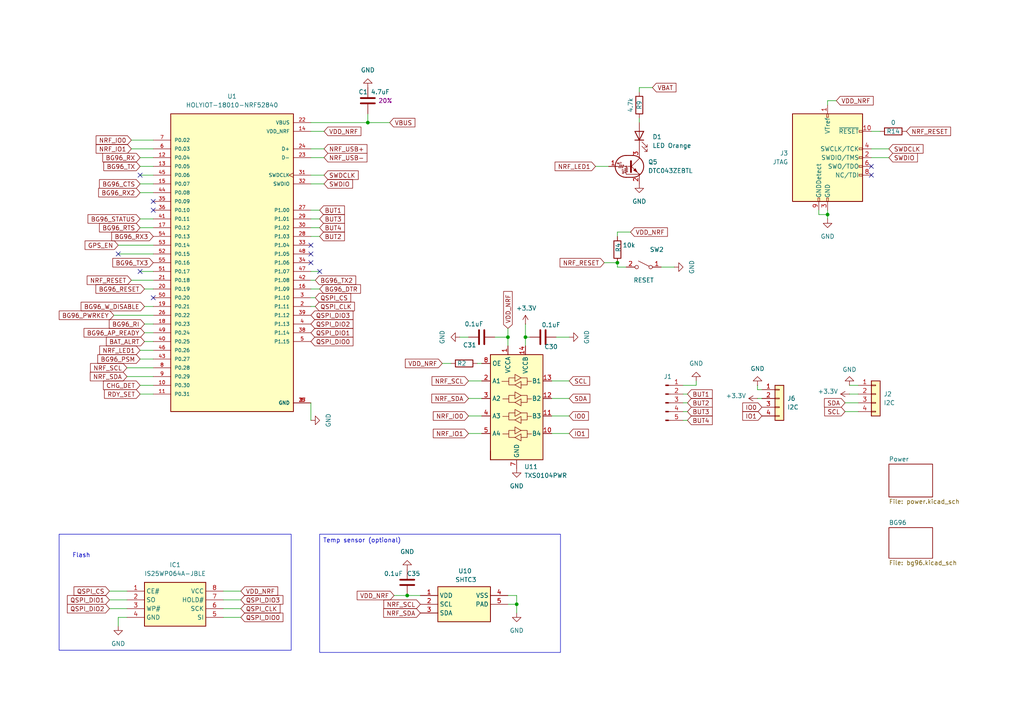
<source format=kicad_sch>
(kicad_sch (version 20231120) (generator "eeschema") (generator_version "8.0")
  (paper "A4")
  (title_block (title "Ivor GPS Tracker") (date "2024-08-24") (rev "1.5"))
  (lib_symbols
    (symbol "Connector:Conn_01x05_Pin" (pin_names (offset 1.016) hide)
      (property "Reference" "J" (at 0 7.62 0))
      (property "Value" "Conn_01x05_Pin" (at 0 -7.62 0))
      (symbol "Conn_01x05_Pin_1_1"
        (polyline (pts (xy 1.27 -5.08) (xy 0.8636 -5.08)) (stroke (width 0.1524)))
        (polyline (pts (xy 1.27 -2.54) (xy 0.8636 -2.54)) (stroke (width 0.1524)))
        (polyline (pts (xy 1.27 0) (xy 0.8636 0)) (stroke (width 0.1524)))
        (polyline (pts (xy 1.27 2.54) (xy 0.8636 2.54)) (stroke (width 0.1524)))
        (polyline (pts (xy 1.27 5.08) (xy 0.8636 5.08)) (stroke (width 0.1524)))
        (rectangle (start 0.8636 -4.953) (end 0 -5.207) (stroke (width 0.1524)) (fill (type outline)))
        (rectangle (start 0.8636 -2.413) (end 0 -2.667) (stroke (width 0.1524)) (fill (type outline)))
        (rectangle (start 0.8636 0.127) (end 0 -0.127) (stroke (width 0.1524)) (fill (type outline)))
        (rectangle (start 0.8636 2.667) (end 0 2.413) (stroke (width 0.1524)) (fill (type outline)))
        (rectangle (start 0.8636 5.207) (end 0 4.953) (stroke (width 0.1524)) (fill (type outline)))
        (pin passive line (at 5.08 5.08 180) (length 3.81) (name "Pin_1") (number "1"))
        (pin passive line (at 5.08 2.54 180) (length 3.81) (name "Pin_2") (number "2"))
        (pin passive line (at 5.08 0 180) (length 3.81) (name "Pin_3") (number "3"))
        (pin passive line (at 5.08 -2.54 180) (length 3.81) (name "Pin_4") (number "4"))
        (pin passive line (at 5.08 -5.08 180) (length 3.81) (name "Pin_5") (number "5"))
      )
    )
    (symbol "Connector:Conn_ARM_JTAG_SWD_10" (pin_names (offset 1.016))
      (property "Reference" "J" (at -2.54 16.51 0))
      (property "Value" "Conn_ARM_JTAG_SWD_10" (at -2.54 13.97 0))
      (symbol "Conn_ARM_JTAG_SWD_10_0_1"
        (rectangle (start -10.16 12.7) (end 10.16 -12.7) (stroke (width 0.254)) (fill (type background)))
        (rectangle (start -2.794 -12.7) (end -2.286 -11.684))
        (rectangle (start -0.254 -12.7) (end 0.254 -11.684))
        (rectangle (start -0.254 12.7) (end 0.254 11.684))
        (rectangle (start 9.144 2.286) (end 10.16 2.794))
        (rectangle (start 10.16 -2.794) (end 9.144 -2.286))
        (rectangle (start 10.16 -0.254) (end 9.144 0.254))
        (rectangle (start 10.16 7.874) (end 9.144 7.366))
      )
      (symbol "Conn_ARM_JTAG_SWD_10_1_1"
        (rectangle (start 9.144 -5.334) (end 10.16 -4.826))
        (pin power_in line (at 0 15.24 270) (length 2.54) (name "VTref") (number "1"))
        (pin open_collector line (at 12.7 7.62 180) (length 2.54) (name "~{RESET}") (number "10"))
        (pin bidirectional line (at 12.7 0 180) (length 2.54) (name "SWDIO/TMS") (number "2"))
        (pin power_in line (at 0 -15.24 90) (length 2.54) (name "GND") (number "3"))
        (pin output line (at 12.7 2.54 180) (length 2.54) (name "SWCLK/TCK") (number "4"))
        (pin passive line (at 0 -15.24 90) (length 2.54) hide (name "GND") (number "5"))
        (pin input line (at 12.7 -2.54 180) (length 2.54) (name "SWO/TDO") (number "6"))
        (pin no_connect line (at -10.16 0 0) (length 2.54) hide (name "KEY") (number "7"))
        (pin output line (at 12.7 -5.08 180) (length 2.54) (name "NC/TDI") (number "8"))
        (pin passive line (at -2.54 -15.24 90) (length 2.54) (name "GNDDetect") (number "9"))
      )
    )
    (symbol "Connector_Generic:Conn_01x04" (pin_names (offset 1.016) hide)
      (property "Reference" "J" (at 0 5.08 0))
      (property "Value" "Conn_01x04" (at 0 -7.62 0))
      (symbol "Conn_01x04_1_1"
        (rectangle (start -1.27 -4.953) (end 0 -5.207) (stroke (width 0.1524)))
        (rectangle (start -1.27 -2.413) (end 0 -2.667) (stroke (width 0.1524)))
        (rectangle (start -1.27 0.127) (end 0 -0.127) (stroke (width 0.1524)))
        (rectangle (start -1.27 2.667) (end 0 2.413) (stroke (width 0.1524)))
        (rectangle (start -1.27 3.81) (end 1.27 -6.35) (stroke (width 0.254)) (fill (type background)))
        (pin passive line (at -5.08 2.54 0) (length 3.81) (name "Pin_1") (number "1"))
        (pin passive line (at -5.08 0 0) (length 3.81) (name "Pin_2") (number "2"))
        (pin passive line (at -5.08 -2.54 0) (length 3.81) (name "Pin_3") (number "3"))
        (pin passive line (at -5.08 -5.08 0) (length 3.81) (name "Pin_4") (number "4"))
      )
    )
    (symbol "Device:C" (pin_numbers hide) (pin_names (offset 0.254))
      (property "Reference" "C" (at 0.635 2.54 0))
      (property "Value" "C" (at 0.635 -2.54 0))
      (symbol "C_0_1"
        (polyline (pts (xy -2.032 -0.762) (xy 2.032 -0.762)) (stroke (width 0.508)))
        (polyline (pts (xy -2.032 0.762) (xy 2.032 0.762)) (stroke (width 0.508)))
      )
      (symbol "C_1_1"
        (pin passive line (at 0 3.81 270) (length 2.794) (name "~") (number "1"))
        (pin passive line (at 0 -3.81 90) (length 2.794) (name "~") (number "2"))
      )
    )
    (symbol "Device:LED" (pin_numbers hide) (pin_names (offset 1.016) hide)
      (property "Reference" "D" (at 0 2.54 0))
      (property "Value" "LED" (at 0 -2.54 0))
      (symbol "LED_0_1"
        (polyline (pts (xy -1.27 -1.27) (xy -1.27 1.27)) (stroke (width 0.254)))
        (polyline (pts (xy -1.27 0) (xy 1.27 0)))
        (polyline (pts (xy 1.27 -1.27) (xy 1.27 1.27) (xy -1.27 0) (xy 1.27 -1.27)) (stroke (width 0.254)))
        (polyline (pts (xy -3.048 -0.762) (xy -4.572 -2.286) (xy -3.81 -2.286) (xy -4.572 -2.286) (xy -4.572 -1.524)))
        (polyline (pts (xy -1.778 -0.762) (xy -3.302 -2.286) (xy -2.54 -2.286) (xy -3.302 -2.286) (xy -3.302 -1.524)))
      )
      (symbol "LED_1_1"
        (pin passive line (at -3.81 0 0) (length 2.54) (name "K") (number "1"))
        (pin passive line (at 3.81 0 180) (length 2.54) (name "A") (number "2"))
      )
    )
    (symbol "Device:R" (pin_numbers hide) (pin_names (offset 0))
      (property "Reference" "R" (at 2.032 0 90))
      (property "Value" "R" (at 0 0 90))
      (symbol "R_0_1"
        (rectangle (start -1.016 -2.54) (end 1.016 2.54) (stroke (width 0.254)))
      )
      (symbol "R_1_1"
        (pin passive line (at 0 3.81 270) (length 1.27) (name "~") (number "1"))
        (pin passive line (at 0 -3.81 90) (length 1.27) (name "~") (number "2"))
      )
    )
    (symbol "HOLYIOT-18010-NRF52840:HOLYIOT-18010-NRF52840" (pin_names (offset 1.016))
      (property "Reference" "U" (at -17.78 45.72 0))
      (property "Value" "HOLYIOT-18010-NRF52840" (at -17.78 -45.72 0))
      (symbol "HOLYIOT-18010-NRF52840_0_0"
        (rectangle (start -17.78 -43.18) (end 17.78 43.18) (stroke (width 0.254)) (fill (type background)))
        (pin power_in line (at 22.86 -40.64 180) (length 5.08) (name "GND") (number "1"))
        (pin bidirectional line (at -22.86 -35.56 0) (length 5.08) (name "P0.30") (number "10"))
        (pin bidirectional line (at -22.86 -38.1 0) (length 5.08) (name "P0.31") (number "11"))
        (pin bidirectional line (at -22.86 30.48 0) (length 5.08) (name "P0.04") (number "12"))
        (pin bidirectional line (at -22.86 27.94 0) (length 5.08) (name "P0.05") (number "13"))
        (pin power_in line (at 22.86 38.1 180) (length 5.08) (name "VDD_NRF") (number "14"))
        (pin bidirectional line (at -22.86 22.86 0) (length 5.08) (name "P0.07") (number "15"))
        (pin bidirectional line (at 22.86 -7.62 180) (length 5.08) (name "P1.09") (number "16"))
        (pin bidirectional line (at -22.86 10.16 0) (length 5.08) (name "P0.12") (number "17"))
        (pin bidirectional line (at -22.86 -17.78 0) (length 5.08) (name "P0.23") (number "18"))
        (pin bidirectional line (at -22.86 -12.7 0) (length 5.08) (name "P0.21") (number "19"))
        (pin bidirectional line (at 22.86 -12.7 180) (length 5.08) (name "P1.11") (number "2"))
        (pin bidirectional line (at -22.86 -7.62 0) (length 5.08) (name "P0.19") (number "20"))
        (pin bidirectional line (at -22.86 -5.08 0) (length 5.08) (name "P0.18") (number "21"))
        (pin power_in line (at 22.86 40.64 180) (length 5.08) (name "VBUS") (number "22"))
        (pin bidirectional line (at 22.86 30.48 180) (length 5.08) (name "D-") (number "23"))
        (pin bidirectional line (at 22.86 33.02 180) (length 5.08) (name "D+") (number "24"))
        (pin power_in line (at 22.86 -40.64 180) (length 5.08) (name "GND") (number "25"))
        (pin bidirectional line (at -22.86 -15.24 0) (length 5.08) (name "P0.22") (number "26"))
        (pin bidirectional line (at 22.86 15.24 180) (length 5.08) (name "P1.00") (number "27"))
        (pin bidirectional line (at 22.86 7.62 180) (length 5.08) (name "P1.03") (number "28"))
        (pin bidirectional line (at 22.86 12.7 180) (length 5.08) (name "P1.01") (number "29"))
        (pin bidirectional line (at 22.86 -10.16 180) (length 5.08) (name "P1.10") (number "3"))
        (pin bidirectional line (at 22.86 10.16 180) (length 5.08) (name "P1.02") (number "30"))
        (pin input clock (at 22.86 25.4 180) (length 5.08) (name "SWDCLK") (number "31"))
        (pin input line (at 22.86 22.86 180) (length 5.08) (name "SWDIO") (number "32"))
        (pin bidirectional line (at 22.86 5.08 180) (length 5.08) (name "P1.04") (number "33"))
        (pin bidirectional line (at 22.86 0 180) (length 5.08) (name "P1.06") (number "34"))
        (pin bidirectional line (at -22.86 17.78 0) (length 5.08) (name "P0.09") (number "35"))
        (pin bidirectional line (at -22.86 15.24 0) (length 5.08) (name "P0.10") (number "36"))
        (pin power_in line (at 22.86 -40.64 180) (length 5.08) (name "GND") (number "37"))
        (pin bidirectional line (at 22.86 -20.32 180) (length 5.08) (name "P1.14") (number "38"))
        (pin bidirectional line (at 22.86 -15.24 180) (length 5.08) (name "P1.12") (number "39"))
        (pin bidirectional line (at 22.86 -17.78 180) (length 5.08) (name "P1.13") (number "4"))
        (pin bidirectional line (at -22.86 -22.86 0) (length 5.08) (name "P0.25") (number "40"))
        (pin bidirectional line (at -22.86 12.7 0) (length 5.08) (name "P0.11") (number "41"))
        (pin bidirectional line (at 22.86 -5.08 180) (length 5.08) (name "P1.08") (number "42"))
        (pin bidirectional line (at -22.86 -27.94 0) (length 5.08) (name "P0.27") (number "43"))
        (pin bidirectional line (at -22.86 20.32 0) (length 5.08) (name "P0.08") (number "44"))
        (pin bidirectional line (at -22.86 25.4 0) (length 5.08) (name "P0.06") (number "45"))
        (pin bidirectional line (at -22.86 -25.4 0) (length 5.08) (name "P0.26") (number "46"))
        (pin bidirectional line (at 22.86 -2.54 180) (length 5.08) (name "P1.07") (number "47"))
        (pin bidirectional line (at 22.86 2.54 180) (length 5.08) (name "P1.05") (number "48"))
        (pin bidirectional line (at -22.86 -20.32 0) (length 5.08) (name "P0.24") (number "49"))
        (pin bidirectional line (at 22.86 -22.86 180) (length 5.08) (name "P1.15") (number "5"))
        (pin bidirectional line (at -22.86 -10.16 0) (length 5.08) (name "P0.20") (number "50"))
        (pin bidirectional line (at -22.86 -2.54 0) (length 5.08) (name "P0.17") (number "51"))
        (pin bidirectional line (at -22.86 2.54 0) (length 5.08) (name "P0.15") (number "52"))
        (pin bidirectional line (at -22.86 5.08 0) (length 5.08) (name "P0.14") (number "53"))
        (pin bidirectional line (at -22.86 7.62 0) (length 5.08) (name "P0.13") (number "54"))
        (pin bidirectional line (at -22.86 0 0) (length 5.08) (name "P0.16") (number "55"))
        (pin bidirectional line (at -22.86 33.02 0) (length 5.08) (name "P0.03") (number "6"))
        (pin bidirectional line (at -22.86 35.56 0) (length 5.08) (name "P0.02") (number "7"))
        (pin bidirectional line (at -22.86 -30.48 0) (length 5.08) (name "P0.28") (number "8"))
        (pin bidirectional line (at -22.86 -33.02 0) (length 5.08) (name "P0.29") (number "9"))
      )
    )
    (symbol "IS25WP064A-JBLE:IS25WP064A-JBLE"
      (property "Reference" "IC" (at 24.13 7.62 0))
      (property "Value" "IS25WP064A-JBLE" (at 24.13 5.08 0))
      (symbol "IS25WP064A-JBLE_1_1"
        (rectangle (start 5.08 2.54) (end 22.86 -10.16) (stroke (width 0.254)) (fill (type background)))
        (pin passive line (at 0 0 0) (length 5.08) (name "CE#") (number "1"))
        (pin passive line (at 0 -2.54 0) (length 5.08) (name "SO") (number "2"))
        (pin passive line (at 0 -5.08 0) (length 5.08) (name "WP#") (number "3"))
        (pin passive line (at 0 -7.62 0) (length 5.08) (name "GND") (number "4"))
        (pin passive line (at 27.94 -7.62 180) (length 5.08) (name "SI") (number "5"))
        (pin passive line (at 27.94 -5.08 180) (length 5.08) (name "SCK") (number "6"))
        (pin passive line (at 27.94 -2.54 180) (length 5.08) (name "HOLD#") (number "7"))
        (pin passive line (at 27.94 0 180) (length 5.08) (name "VCC") (number "8"))
      )
    )
    (symbol "Logic_LevelTranslator:TXB0104PW"
      (property "Reference" "U" (at -6.35 16.51 0))
      (property "Value" "TXB0104PW" (at 3.81 16.51 0))
      (symbol "TXB0104PW_0_1"
        (rectangle (start -7.62 -15.24) (end -7.62 -12.7) (stroke (width 0.254)))
        (rectangle (start -7.62 15.24) (end 7.62 -15.24) (stroke (width 0.254)) (fill (type background)))
        (polyline (pts (xy -2.286 -7.747) (xy -2.286 -6.731) (xy -0.508 -6.731)))
        (polyline (pts (xy -2.286 -2.667) (xy -2.286 -1.651) (xy -0.508 -1.651)))
        (polyline (pts (xy -2.286 2.413) (xy -2.286 3.429) (xy -0.508 3.429)))
        (polyline (pts (xy -2.286 7.493) (xy -2.286 8.509) (xy -0.508 8.509)))
        (polyline (pts (xy 3.048 -7.747) (xy 3.048 -8.763) (xy 1.27 -8.763)))
        (polyline (pts (xy 3.048 -2.667) (xy 3.048 -3.683) (xy 1.27 -3.683)))
        (polyline (pts (xy 3.048 2.413) (xy 3.048 1.397) (xy 1.27 1.397)))
        (polyline (pts (xy 3.048 7.493) (xy 3.048 6.477) (xy 1.27 6.477)))
        (polyline (pts (xy -0.508 -8.763) (xy -2.286 -8.763) (xy -2.286 -7.747) (xy -4.064 -7.747)))
        (polyline (pts (xy -0.508 -8.763) (xy 1.27 -7.747) (xy 1.27 -9.779) (xy -0.508 -8.763)))
        (polyline (pts (xy -0.508 -3.683) (xy -2.286 -3.683) (xy -2.286 -2.667) (xy -4.064 -2.667)))
        (polyline (pts (xy -0.508 -3.683) (xy 1.27 -2.667) (xy 1.27 -4.699) (xy -0.508 -3.683)))
        (polyline (pts (xy -0.508 1.397) (xy -2.286 1.397) (xy -2.286 2.413) (xy -4.064 2.413)))
        (polyline (pts (xy -0.508 1.397) (xy 1.27 2.413) (xy 1.27 0.381) (xy -0.508 1.397)))
        (polyline (pts (xy -0.508 6.477) (xy -2.286 6.477) (xy -2.286 7.493) (xy -4.318 7.493)))
        (polyline (pts (xy -0.508 6.477) (xy 1.27 7.493) (xy 1.27 5.461) (xy -0.508 6.477)))
        (polyline (pts (xy 1.27 -6.731) (xy -0.508 -7.747) (xy -0.508 -5.715) (xy 1.27 -6.731)))
        (polyline (pts (xy 1.27 -6.731) (xy 3.048 -6.731) (xy 3.048 -7.747) (xy 4.318 -7.747)))
        (polyline (pts (xy 1.27 -1.651) (xy -0.508 -2.667) (xy -0.508 -0.635) (xy 1.27 -1.651)))
        (polyline (pts (xy 1.27 -1.651) (xy 3.048 -1.651) (xy 3.048 -2.667) (xy 4.318 -2.667)))
        (polyline (pts (xy 1.27 3.429) (xy -0.508 2.413) (xy -0.508 4.445) (xy 1.27 3.429)))
        (polyline (pts (xy 1.27 3.429) (xy 3.048 3.429) (xy 3.048 2.413) (xy 4.318 2.413)))
        (polyline (pts (xy 1.27 8.509) (xy -0.508 7.493) (xy -0.508 9.525) (xy 1.27 8.509)))
        (polyline (pts (xy 1.27 8.509) (xy 3.048 8.509) (xy 3.048 7.493) (xy 4.318 7.493)))
      )
      (symbol "TXB0104PW_1_1"
        (pin power_in line (at -2.54 17.78 270) (length 2.54) (name "VCCA") (number "1"))
        (pin bidirectional line (at 10.16 -7.62 180) (length 2.54) (name "B4") (number "10"))
        (pin bidirectional line (at 10.16 -2.54 180) (length 2.54) (name "B3") (number "11"))
        (pin bidirectional line (at 10.16 2.54 180) (length 2.54) (name "B2") (number "12"))
        (pin bidirectional line (at 10.16 7.62 180) (length 2.54) (name "B1") (number "13"))
        (pin power_in line (at 2.54 17.78 270) (length 2.54) (name "VCCB") (number "14"))
        (pin bidirectional line (at -10.16 7.62 0) (length 2.54) (name "A1") (number "2"))
        (pin bidirectional line (at -10.16 2.54 0) (length 2.54) (name "A2") (number "3"))
        (pin bidirectional line (at -10.16 -2.54 0) (length 2.54) (name "A3") (number "4"))
        (pin bidirectional line (at -10.16 -7.62 0) (length 2.54) (name "A4") (number "5"))
        (pin no_connect line (at -7.62 -12.7 0) (length 2.54) hide (name "NC") (number "6"))
        (pin power_in line (at 0 -17.78 90) (length 2.54) (name "GND") (number "7"))
        (pin input line (at -10.16 12.7 0) (length 2.54) (name "OE") (number "8"))
        (pin no_connect line (at 7.62 -12.7 180) (length 2.54) hide (name "NC") (number "9"))
      )
    )
    (symbol "SHTC3:SHTC3"
      (property "Reference" "IC" (at 21.59 7.62 0))
      (property "Value" "SHTC3" (at 21.59 5.08 0))
      (symbol "SHTC3_1_1"
        (rectangle (start 5.08 2.54) (end 20.32 -7.62) (stroke (width 0.254)) (fill (type background)))
        (pin passive line (at 0 0 0) (length 5.08) (name "VDD") (number "1"))
        (pin passive line (at 0 -2.54 0) (length 5.08) (name "SCL") (number "2"))
        (pin passive line (at 0 -5.08 0) (length 5.08) (name "SDA") (number "3"))
        (pin passive line (at 25.4 0 180) (length 5.08) (name "VSS") (number "4"))
        (pin passive line (at 25.4 -2.54 180) (length 5.08) (name "PAD") (number "5"))
      )
    )
    (symbol "Switch:SW_SPST" (pin_names (offset 0) hide)
      (property "Reference" "SW" (at 0 3.175 0))
      (property "Value" "SW_SPST" (at 0 -2.54 0))
      (symbol "SW_SPST_0_0"
        (circle (center -2.032 0) (radius 0.508))
        (polyline (pts (xy -1.524 0.254) (xy 1.524 1.778)))
        (circle (center 2.032 0) (radius 0.508))
      )
      (symbol "SW_SPST_1_1"
        (pin passive line (at -5.08 0 0) (length 2.54) (name "A") (number "1"))
        (pin passive line (at 5.08 0 180) (length 2.54) (name "B") (number "2"))
      )
    )
    (symbol "Transistor_BJT:DTC143E" (pin_names (offset 0) hide)
      (property "Reference" "Q" (at 5.08 1.905 0))
      (property "Value" "DTC143E" (at 5.08 0 0))
      (symbol "DTC143E_0_0"
        (text "4k7" (at -3.302 0.889 0) (effects (font (size 0.508 0.508))))
        (text "4k7" (at -2.159 -1.524 900) (effects (font (size 0.508 0.508))))
      )
      (symbol "DTC143E_0_1"
        (circle (center -1.27 0) (radius 0.127))
        (arc (start -1.27 3.175) (mid -4.4312 0) (end -1.27 -3.175) (stroke (width 0.254)))
        (polyline (pts (xy -3.429 0) (xy -3.81 0)))
        (polyline (pts (xy -1.27 -3.175) (xy 0.635 -3.175)) (stroke (width 0.254)))
        (polyline (pts (xy -1.27 3.175) (xy 0.635 3.175)) (stroke (width 0.254)))
        (polyline (pts (xy 0 -0.254) (xy 2.54 2.286)))
        (polyline (pts (xy 0.127 1.524) (xy 0.127 -1.651)) (stroke (width 0.508)) (fill (type outline)))
        (polyline (pts (xy 2.54 2.286) (xy 2.54 2.54)))
        (polyline (pts (xy 2.54 -2.286) (xy 0 0.254) (xy 0 0.254)))
        (polyline (pts (xy 0.889 -1.143) (xy 1.397 -0.635) (xy 1.905 -1.651) (xy 0.889 -1.143)) (fill (type outline)))
        (polyline (pts (xy 0 0) (xy -1.905 0) (xy -2.032 0.508) (xy -2.286 -0.508) (xy -2.54 0.508) (xy -2.794 -0.508) (xy -3.048 0.508) (xy -3.302 -0.508) (xy -3.429 0)))
        (polyline (pts (xy -1.27 0) (xy -1.27 -0.381) (xy -0.762 -0.508) (xy -1.778 -0.762) (xy -0.762 -1.016) (xy -1.778 -1.27) (xy -0.762 -1.524) (xy -1.778 -1.778) (xy -1.27 -1.905) (xy -1.27 -2.286) (xy 2.54 -2.286)))
        (arc (start 0.635 -3.175) (mid 3.7962 0) (end 0.635 3.175) (stroke (width 0.254)))
        (circle (center 2.54 -2.286) (radius 0.127))
      )
      (symbol "DTC143E_1_1"
        (pin input line (at -6.35 0 0) (length 2.54) (name "B") (number "1"))
        (pin passive line (at 2.54 -5.08 90) (length 2.54) (name "E") (number "2"))
        (pin passive line (at 2.54 5.08 270) (length 2.54) (name "C") (number "3"))
      )
    )
    (symbol "power:+3.3V" (power) (pin_numbers hide) (pin_names (offset 0) hide)
      (property "Value" "+3.3V" (at 0 3.556 0))
      (symbol "+3.3V_0_1"
        (polyline (pts (xy -0.762 1.27) (xy 0 2.54)))
        (polyline (pts (xy 0 0) (xy 0 2.54)))
        (polyline (pts (xy 0 2.54) (xy 0.762 1.27)))
      )
      (symbol "+3.3V_1_1"
        (pin power_in line (at 0 0 90) (length 0) (name "~") (number "1"))
      )
    )
    (symbol "power:GND" (power) (pin_numbers hide) (pin_names (offset 0) hide)
      (property "Value" "GND" (at 0 -3.81 0))
      (symbol "GND_0_1"
        (polyline (pts (xy 0 0) (xy 0 -1.27) (xy 1.27 -1.27) (xy 0 -2.54) (xy -1.27 -1.27) (xy 0 -1.27)))
      )
      (symbol "GND_1_1"
        (pin power_in line (at 0 0 270) (length 0) (name "~") (number "1"))
      )
    )
  )
  (junction (at 149.86 175.26))
  (junction (at 240.03 62.23))
  (junction (at 179.07 76.2))
  (junction (at 118.11 172.72))
  (junction (at 152.4 97.79))
  (junction (at 147.32 97.79))
  (junction (at 106.68 35.56))
  (no_connect (at 44.45 58.42))
  (no_connect (at 40.64 50.8))
  (no_connect (at 252.73 48.26))
  (no_connect (at 34.29 73.66))
  (no_connect (at 90.17 76.2))
  (no_connect (at 252.73 50.8))
  (no_connect (at 92.71 78.74))
  (no_connect (at 44.45 86.36))
  (no_connect (at 90.17 71.12))
  (no_connect (at 44.45 60.96))
  (no_connect (at 90.17 73.66))
  (no_connect (at 40.64 78.74))
  (wire (pts (xy 44.45 48.26) (xy 40.64 48.26)))
  (wire (pts (xy 64.77 176.53) (xy 69.85 176.53)))
  (wire (pts (xy 240.03 62.23) (xy 240.03 63.5)))
  (wire (pts (xy 257.81 45.72) (xy 252.73 45.72)))
  (wire (pts (xy 44.45 53.34) (xy 40.64 53.34)))
  (wire (pts (xy 90.17 81.28) (xy 91.44 81.28)))
  (wire (pts (xy 118.11 172.72) (xy 121.92 172.72)))
  (wire (pts (xy 219.71 115.57) (xy 220.98 115.57)))
  (wire (pts (xy 135.89 110.49) (xy 139.7 110.49)))
  (wire (pts (xy 245.11 119.38) (xy 248.92 119.38)))
  (wire (pts (xy 135.89 120.65) (xy 139.7 120.65)))
  (wire (pts (xy 175.26 76.2) (xy 179.07 76.2)))
  (wire (pts (xy 90.17 45.72) (xy 93.98 45.72)))
  (wire (pts (xy 172.72 48.26) (xy 176.53 48.26)))
  (wire (pts (xy 199.39 114.3) (xy 198.12 114.3)))
  (wire (pts (xy 44.45 104.14) (xy 40.64 104.14)))
  (wire (pts (xy 245.11 116.84) (xy 248.92 116.84)))
  (wire (pts (xy 90.17 83.82) (xy 92.71 83.82)))
  (wire (pts (xy 44.45 55.88) (xy 40.64 55.88)))
  (wire (pts (xy 38.1 40.64) (xy 44.45 40.64)))
  (wire (pts (xy 219.71 113.03) (xy 220.98 113.03)))
  (wire (pts (xy 44.45 50.8) (xy 40.64 50.8)))
  (wire (pts (xy 36.83 179.07) (xy 34.29 179.07)))
  (wire (pts (xy 255.27 38.1) (xy 252.73 38.1)))
  (wire (pts (xy 179.07 77.47) (xy 179.07 76.2)))
  (wire (pts (xy 44.45 66.04) (xy 40.64 66.04)))
  (wire (pts (xy 147.32 97.79) (xy 143.51 97.79)))
  (wire (pts (xy 64.77 179.07) (xy 69.85 179.07)))
  (wire (pts (xy 246.38 111.76) (xy 248.92 111.76)))
  (wire (pts (xy 36.83 106.68) (xy 44.45 106.68)))
  (wire (pts (xy 44.45 114.3) (xy 40.64 114.3)))
  (wire (pts (xy 246.38 114.3) (xy 248.92 114.3)))
  (wire (pts (xy 191.77 77.47) (xy 195.58 77.47)))
  (wire (pts (xy 240.03 60.96) (xy 240.03 62.23)))
  (wire (pts (xy 44.45 111.76) (xy 40.64 111.76)))
  (wire (pts (xy 152.4 93.98) (xy 152.4 97.79)))
  (wire (pts (xy 90.17 66.04) (xy 92.71 66.04)))
  (wire (pts (xy 161.29 97.79) (xy 165.1 97.79)))
  (wire (pts (xy 44.45 63.5) (xy 40.64 63.5)))
  (wire (pts (xy 90.17 63.5) (xy 92.71 63.5)))
  (wire (pts (xy 31.75 176.53) (xy 36.83 176.53)))
  (wire (pts (xy 128.27 105.41) (xy 130.81 105.41)))
  (wire (pts (xy 33.02 91.44) (xy 44.45 91.44)))
  (wire (pts (xy 90.17 53.34) (xy 93.98 53.34)))
  (wire (pts (xy 90.17 68.58) (xy 92.71 68.58)))
  (wire (pts (xy 185.42 34.29) (xy 185.42 35.56)))
  (wire (pts (xy 31.75 171.45) (xy 36.83 171.45)))
  (wire (pts (xy 257.81 43.18) (xy 252.73 43.18)))
  (wire (pts (xy 44.45 45.72) (xy 40.64 45.72)))
  (wire (pts (xy 135.89 115.57) (xy 139.7 115.57)))
  (wire (pts (xy 237.49 60.96) (xy 237.49 62.23)))
  (wire (pts (xy 179.07 68.58) (xy 179.07 67.31)))
  (wire (pts (xy 64.77 173.99) (xy 69.85 173.99)))
  (wire (pts (xy 199.39 116.84) (xy 198.12 116.84)))
  (wire (pts (xy 147.32 95.25) (xy 147.32 97.79)))
  (wire (pts (xy 36.83 109.22) (xy 44.45 109.22)))
  (wire (pts (xy 179.07 77.47) (xy 181.61 77.47)))
  (wire (pts (xy 106.68 35.56) (xy 113.03 35.56)))
  (wire (pts (xy 149.86 172.72) (xy 147.32 172.72)))
  (wire (pts (xy 31.75 173.99) (xy 36.83 173.99)))
  (wire (pts (xy 199.39 119.38) (xy 198.12 119.38)))
  (wire (pts (xy 90.17 38.1) (xy 93.98 38.1)))
  (wire (pts (xy 90.17 43.18) (xy 93.98 43.18)))
  (wire (pts (xy 44.45 78.74) (xy 40.64 78.74)))
  (wire (pts (xy 165.1 120.65) (xy 160.02 120.65)))
  (wire (pts (xy 135.89 125.73) (xy 139.7 125.73)))
  (wire (pts (xy 64.77 171.45) (xy 69.85 171.45)))
  (wire (pts (xy 219.71 111.76) (xy 219.71 113.03)))
  (wire (pts (xy 106.68 33.02) (xy 106.68 35.56)))
  (wire (pts (xy 179.07 67.31) (xy 182.88 67.31)))
  (wire (pts (xy 34.29 179.07) (xy 34.29 181.61)))
  (wire (pts (xy 165.1 115.57) (xy 160.02 115.57)))
  (wire (pts (xy 44.45 88.9) (xy 41.91 88.9)))
  (wire (pts (xy 91.44 86.36) (xy 90.17 86.36)))
  (wire (pts (xy 153.67 97.79) (xy 152.4 97.79)))
  (wire (pts (xy 90.17 35.56) (xy 106.68 35.56)))
  (wire (pts (xy 199.39 121.92) (xy 198.12 121.92)))
  (wire (pts (xy 149.86 177.8) (xy 149.86 175.26)))
  (wire (pts (xy 237.49 62.23) (xy 240.03 62.23)))
  (wire (pts (xy 149.86 175.26) (xy 149.86 172.72)))
  (wire (pts (xy 90.17 78.74) (xy 92.71 78.74)))
  (wire (pts (xy 160.02 110.49) (xy 165.1 110.49)))
  (wire (pts (xy 90.17 50.8) (xy 93.98 50.8)))
  (wire (pts (xy 242.57 29.21) (xy 240.03 29.21)))
  (wire (pts (xy 147.32 100.33) (xy 147.32 97.79)))
  (wire (pts (xy 38.1 43.18) (xy 44.45 43.18)))
  (wire (pts (xy 240.03 29.21) (xy 240.03 30.48)))
  (wire (pts (xy 44.45 96.52) (xy 41.91 96.52)))
  (wire (pts (xy 41.91 99.06) (xy 44.45 99.06)))
  (wire (pts (xy 44.45 73.66) (xy 34.29 73.66)))
  (wire (pts (xy 91.44 88.9) (xy 90.17 88.9)))
  (wire (pts (xy 44.45 83.82) (xy 41.91 83.82)))
  (wire (pts (xy 38.1 81.28) (xy 44.45 81.28)))
  (wire (pts (xy 44.45 93.98) (xy 41.91 93.98)))
  (wire (pts (xy 189.23 25.4) (xy 185.42 25.4)))
  (wire (pts (xy 90.17 116.84) (xy 90.17 121.92)))
  (wire (pts (xy 133.35 97.79) (xy 135.89 97.79)))
  (wire (pts (xy 44.45 71.12) (xy 34.29 71.12)))
  (wire (pts (xy 44.45 101.6) (xy 40.64 101.6)))
  (wire (pts (xy 90.17 60.96) (xy 92.71 60.96)))
  (wire (pts (xy 185.42 25.4) (xy 185.42 26.67)))
  (wire (pts (xy 201.93 111.76) (xy 198.12 111.76)))
  (wire (pts (xy 201.93 110.49) (xy 201.93 111.76)))
  (wire (pts (xy 138.43 105.41) (xy 139.7 105.41)))
  (wire (pts (xy 114.3 172.72) (xy 118.11 172.72)))
  (wire (pts (xy 165.1 125.73) (xy 160.02 125.73)))
  (wire (pts (xy 147.32 175.26) (xy 149.86 175.26)))
  (wire (pts (xy 152.4 97.79) (xy 152.4 100.33)))
  (rectangle (start 17.145 154.94) (end 84.455 188.595))
  (text_box "Temp sensor (optional)" (at 92.71 154.94 0) (size 69.85 34.29) (effects (font (size 1.27 1.27)) (justify left top)))
  (text "Flash" (at 20.955 161.925 0) (effects (font (size 1.27 1.27)) (justify left bottom)))
  (global_label "VBAT" (shape input) (at 189.23 25.4 0) (property "Intersheetrefs" "${INTERSHEET_REFS}" (effects (hide yes))))
  (global_label "BG96_AP_READY" (shape input) (at 41.91 96.52 180) (property "Intersheetrefs" "${INTERSHEET_REFS}" (effects (hide yes))))
  (global_label "BUT2" (shape input) (at 92.71 68.58 0) (property "Intersheetrefs" "${INTERSHEET_REFS}" (effects (hide yes))))
  (global_label "QSPI_CS" (shape input) (at 31.75 171.45 180) (property "Intersheetrefs" "${INTERSHEET_REFS}" (effects (hide yes))))
  (global_label "SDA" (shape input) (at 245.11 116.84 180) (property "Intersheetrefs" "${INTERSHEET_REFS}" (effects (hide yes))))
  (global_label "BUT4" (shape input) (at 92.71 66.04 0) (property "Intersheetrefs" "${INTERSHEET_REFS}" (effects (hide yes))))
  (global_label "NRF_RESET" (shape input) (at 38.1 81.28 180) (property "Intersheetrefs" "${INTERSHEET_REFS}" (effects (hide yes))))
  (global_label "BUT3" (shape input) (at 92.71 63.5 0) (property "Intersheetrefs" "${INTERSHEET_REFS}" (effects (hide yes))))
  (global_label "SWDCLK" (shape input) (at 93.98 50.8 0) (property "Intersheetrefs" "${INTERSHEET_REFS}" (effects (hide yes))))
  (global_label "IO0" (shape input) (at 220.98 118.11 180) (property "Intersheetrefs" "${INTERSHEET_REFS}" (effects (hide yes))))
  (global_label "SCL" (shape input) (at 165.1 110.49 0) (property "Intersheetrefs" "${INTERSHEET_REFS}" (effects (hide yes))))
  (global_label "IO1" (shape input) (at 165.1 125.73 0) (property "Intersheetrefs" "${INTERSHEET_REFS}" (effects (hide yes))))
  (global_label "SWDIO" (shape input) (at 93.98 53.34 0) (property "Intersheetrefs" "${INTERSHEET_REFS}" (effects (hide yes))))
  (global_label "BAT_ALRT" (shape input) (at 41.91 99.06 180) (property "Intersheetrefs" "${INTERSHEET_REFS}" (effects (hide yes))))
  (global_label "NRF_SDA" (shape input) (at 121.92 177.8 180) (property "Intersheetrefs" "${INTERSHEET_REFS}" (effects (hide yes))))
  (global_label "QSPI_DIO2" (shape input) (at 31.75 176.53 180) (property "Intersheetrefs" "${INTERSHEET_REFS}" (effects (hide yes))))
  (global_label "VDD_NRF" (shape input) (at 69.85 171.45 0) (property "Intersheetrefs" "${INTERSHEET_REFS}" (effects (hide yes))))
  (global_label "SWDIO" (shape input) (at 257.81 45.72 0) (property "Intersheetrefs" "${INTERSHEET_REFS}" (effects (hide yes))))
  (global_label "NRF_USB-" (shape input) (at 93.98 45.72 0) (property "Intersheetrefs" "${INTERSHEET_REFS}" (effects (hide yes))))
  (global_label "QSPI_DIO3" (shape input) (at 90.17 91.44 0) (property "Intersheetrefs" "${INTERSHEET_REFS}" (effects (hide yes))))
  (global_label "BUT1" (shape input) (at 199.39 114.3 0) (property "Intersheetrefs" "${INTERSHEET_REFS}" (effects (hide yes))))
  (global_label "BG96_RX" (shape input) (at 40.64 45.72 180) (property "Intersheetrefs" "${INTERSHEET_REFS}" (effects (hide yes))))
  (global_label "VDD_NRF" (shape input) (at 93.98 38.1 0) (property "Intersheetrefs" "${INTERSHEET_REFS}" (effects (hide yes))))
  (global_label "BG96_PSM" (shape input) (at 40.64 104.14 180) (property "Intersheetrefs" "${INTERSHEET_REFS}" (effects (hide yes))))
  (global_label "BG96_RI" (shape input) (at 41.91 93.98 180) (property "Intersheetrefs" "${INTERSHEET_REFS}" (effects (hide yes))))
  (global_label "SDA" (shape input) (at 165.1 115.57 0) (property "Intersheetrefs" "${INTERSHEET_REFS}" (effects (hide yes))))
  (global_label "CHG_DET" (shape input) (at 40.64 111.76 180) (property "Intersheetrefs" "${INTERSHEET_REFS}" (effects (hide yes))))
  (global_label "NRF_LED1" (shape input) (at 172.72 48.26 180) (property "Intersheetrefs" "${INTERSHEET_REFS}" (effects (hide yes))))
  (global_label "BG96_STATUS" (shape input) (at 40.64 63.5 180) (property "Intersheetrefs" "${INTERSHEET_REFS}" (effects (hide yes))))
  (global_label "QSPI_DIO1" (shape input) (at 90.17 96.52 0) (property "Intersheetrefs" "${INTERSHEET_REFS}" (effects (hide yes))))
  (global_label "BUT2" (shape input) (at 199.39 116.84 0) (property "Intersheetrefs" "${INTERSHEET_REFS}" (effects (hide yes))))
  (global_label "NRF_IO0" (shape input) (at 38.1 40.64 180) (property "Intersheetrefs" "${INTERSHEET_REFS}" (effects (hide yes))))
  (global_label "VDD_NRF" (shape input) (at 182.88 67.31 0) (property "Intersheetrefs" "${INTERSHEET_REFS}" (effects (hide yes))))
  (global_label "BG96_TX" (shape input) (at 40.64 48.26 180) (property "Intersheetrefs" "${INTERSHEET_REFS}" (effects (hide yes))))
  (global_label "GPS_EN" (shape input) (at 34.29 71.12 180) (property "Intersheetrefs" "${INTERSHEET_REFS}" (effects (hide yes))))
  (global_label "BG96_PWRKEY" (shape input) (at 33.02 91.44 180) (property "Intersheetrefs" "${INTERSHEET_REFS}" (effects (hide yes))))
  (global_label "BG96_RTS" (shape input) (at 40.64 66.04 180) (property "Intersheetrefs" "${INTERSHEET_REFS}" (effects (hide yes))))
  (global_label "QSPI_DIO0" (shape input) (at 90.17 99.06 0) (property "Intersheetrefs" "${INTERSHEET_REFS}" (effects (hide yes))))
  (global_label "IO1" (shape input) (at 220.98 120.65 180) (property "Intersheetrefs" "${INTERSHEET_REFS}" (effects (hide yes))))
  (global_label "NRF_SCL" (shape input) (at 121.92 175.26 180) (property "Intersheetrefs" "${INTERSHEET_REFS}" (effects (hide yes))))
  (global_label "NRF_SCL" (shape input) (at 36.83 106.68 180) (property "Intersheetrefs" "${INTERSHEET_REFS}" (effects (hide yes))))
  (global_label "NRF_SCL" (shape input) (at 135.89 110.49 180) (property "Intersheetrefs" "${INTERSHEET_REFS}" (effects (hide yes))))
  (global_label "NRF_IO1" (shape input) (at 135.89 125.73 180) (property "Intersheetrefs" "${INTERSHEET_REFS}" (effects (hide yes))))
  (global_label "VDD_NRF" (shape input) (at 128.27 105.41 180) (property "Intersheetrefs" "${INTERSHEET_REFS}" (effects (hide yes))))
  (global_label "NRF_USB+" (shape input) (at 93.98 43.18 0) (property "Intersheetrefs" "${INTERSHEET_REFS}" (effects (hide yes))))
  (global_label "BG96_DTR" (shape input) (at 92.71 83.82 0) (property "Intersheetrefs" "${INTERSHEET_REFS}" (effects (hide yes))))
  (global_label "QSPI_DIO1" (shape input) (at 31.75 173.99 180) (property "Intersheetrefs" "${INTERSHEET_REFS}" (effects (hide yes))))
  (global_label "NRF_RESET" (shape input) (at 175.26 76.2 180) (property "Intersheetrefs" "${INTERSHEET_REFS}" (effects (hide yes))))
  (global_label "NRF_SDA" (shape input) (at 36.83 109.22 180) (property "Intersheetrefs" "${INTERSHEET_REFS}" (effects (hide yes))))
  (global_label "VDD_NRF" (shape input) (at 114.3 172.72 180) (property "Intersheetrefs" "${INTERSHEET_REFS}" (effects (hide yes))))
  (global_label "BUT1" (shape input) (at 92.71 60.96 0) (property "Intersheetrefs" "${INTERSHEET_REFS}" (effects (hide yes))))
  (global_label "BG96_TX2" (shape input) (at 91.44 81.28 0) (property "Intersheetrefs" "${INTERSHEET_REFS}" (effects (hide yes))))
  (global_label "IO0" (shape input) (at 165.1 120.65 0) (property "Intersheetrefs" "${INTERSHEET_REFS}" (effects (hide yes))))
  (global_label "BG96_RESET" (shape input) (at 41.91 83.82 180) (property "Intersheetrefs" "${INTERSHEET_REFS}" (effects (hide yes))))
  (global_label "RDY_SET" (shape input) (at 40.64 114.3 180) (property "Intersheetrefs" "${INTERSHEET_REFS}" (effects (hide yes))))
  (global_label "BUT3" (shape input) (at 199.39 119.38 0) (property "Intersheetrefs" "${INTERSHEET_REFS}" (effects (hide yes))))
  (global_label "NRF_LED1" (shape input) (at 40.64 101.6 180) (property "Intersheetrefs" "${INTERSHEET_REFS}" (effects (hide yes))))
  (global_label "VDD_NRF" (shape input) (at 242.57 29.21 0) (property "Intersheetrefs" "${INTERSHEET_REFS}" (effects (hide yes))))
  (global_label "BG96_RX2" (shape input) (at 40.64 55.88 180) (property "Intersheetrefs" "${INTERSHEET_REFS}" (effects (hide yes))))
  (global_label "BG96_W_DISABLE" (shape input) (at 41.91 88.9 180) (property "Intersheetrefs" "${INTERSHEET_REFS}" (effects (hide yes))))
  (global_label "BG96_TX3" (shape input) (at 44.45 76.2 180) (property "Intersheetrefs" "${INTERSHEET_REFS}" (effects (hide yes))))
  (global_label "SWDCLK" (shape input) (at 257.81 43.18 0) (property "Intersheetrefs" "${INTERSHEET_REFS}" (effects (hide yes))))
  (global_label "NRF_SDA" (shape input) (at 135.89 115.57 180) (property "Intersheetrefs" "${INTERSHEET_REFS}" (effects (hide yes))))
  (global_label "NRF_IO1" (shape input) (at 38.1 43.18 180) (property "Intersheetrefs" "${INTERSHEET_REFS}" (effects (hide yes))))
  (global_label "QSPI_CS" (shape input) (at 91.44 86.36 0) (property "Intersheetrefs" "${INTERSHEET_REFS}" (effects (hide yes))))
  (global_label "QSPI_DIO3" (shape input) (at 69.85 173.99 0) (property "Intersheetrefs" "${INTERSHEET_REFS}" (effects (hide yes))))
  (global_label "VBUS" (shape input) (at 113.03 35.56 0) (property "Intersheetrefs" "${INTERSHEET_REFS}" (effects (hide yes))))
  (global_label "QSPI_DIO2" (shape input) (at 90.17 93.98 0) (property "Intersheetrefs" "${INTERSHEET_REFS}" (effects (hide yes))))
  (global_label "NRF_RESET" (shape input) (at 262.89 38.1 0) (property "Intersheetrefs" "${INTERSHEET_REFS}" (effects (hide yes))))
  (global_label "BG96_RX3" (shape input) (at 44.45 68.58 180) (property "Intersheetrefs" "${INTERSHEET_REFS}" (effects (hide yes))))
  (global_label "QSPI_CLK" (shape input) (at 69.85 176.53 0) (property "Intersheetrefs" "${INTERSHEET_REFS}" (effects (hide yes))))
  (global_label "SCL" (shape input) (at 245.11 119.38 180) (property "Intersheetrefs" "${INTERSHEET_REFS}" (effects (hide yes))))
  (global_label "BUT4" (shape input) (at 199.39 121.92 0) (property "Intersheetrefs" "${INTERSHEET_REFS}" (effects (hide yes))))
  (global_label "QSPI_CLK" (shape input) (at 91.44 88.9 0) (property "Intersheetrefs" "${INTERSHEET_REFS}" (effects (hide yes))))
  (global_label "BG96_CTS" (shape input) (at 40.64 53.34 180) (property "Intersheetrefs" "${INTERSHEET_REFS}" (effects (hide yes))))
  (global_label "NRF_IO0" (shape input) (at 135.89 120.65 180) (property "Intersheetrefs" "${INTERSHEET_REFS}" (effects (hide yes))))
  (global_label "QSPI_DIO0" (shape input) (at 69.85 179.07 0) (property "Intersheetrefs" "${INTERSHEET_REFS}" (effects (hide yes))))
  (global_label "VDD_NRF" (shape input) (at 147.32 95.25 90) (property "Intersheetrefs" "${INTERSHEET_REFS}" (effects (hide yes))))
  (symbol (lib_id "Device:R") (at 259.08 38.1 90) (unit 1)
    (property "Reference" "R14" (at 259.08 38.1 90))
    (property "Value" "0" (at 259.08 35.56 90))
    (property "Footprint" "Resistor_SMD:R_0402_1005Metric" (effects (hide yes)))
    (property "Description" "Resistor" (effects (hide yes)))
  )
  (symbol (lib_id "HOLYIOT-18010-NRF52840:HOLYIOT-18010-NRF52840") (at 67.31 76.2 0) (unit 1)
    (property "Reference" "U1" (at 67.31 27.94 0))
    (property "Value" "HOLYIOT-18010-NRF52840" (at 67.31 30.48 0))
    (property "Footprint" "components:XCVR_HOLYIOT-18010-NRF52840" (effects (hide yes)))
    (property "Description" "Holyiot_18010 is powerful, very flexible ultra-low power BLuetooth low energy (BLE module) using Nordic NRF52840 SoC, with ARM Cortex-M4 CPU, which has floating point unit (FPU), 1MB flash with cache and 256kb RAM, it offers a multitude of peripherals that include NFC, USB and multiple options interface including Quad SPI (QSPI)." (effects (hide yes)))
    (property "MF" "Holyiot" (effects (hide yes)))
    (property "MAXIMUM_PACKAGE_HEIGHT" "1.60mm" (effects (hide yes)))
    (property "Package" "Package" (effects (hide yes)))
    (property "Price" "None" (effects (hide yes)))
    (property "Check_prices" "https://www.snapeda.com/parts/HOLYIOT-18010-NRF52840/Holyiot/view-part/?ref=eda" (effects (hide yes)))
    (property "STANDARD" "Manufacturer Recommendations" (effects (hide yes)))
    (property "PARTREV" "1" (effects (hide yes)))
    (property "SnapEDA_Link" "https://www.snapeda.com/parts/HOLYIOT-18010-NRF52840/Holyiot/view-part/?ref=snap" (effects (hide yes)))
    (property "MP" "HOLYIOT-18010-NRF52840" (effects (hide yes)))
    (property "Availability" "Not in stock" (effects (hide yes)))
    (property "MANUFACTURER" "Holyiot" (effects (hide yes)))
    (property "LCSC" "C9900042076" (effects (hide yes)))
  )
  (symbol (lib_id "power:GND") (at 118.11 165.1 180) (unit 1)
    (property "Reference" "#PWR040" (effects (hide yes)))
    (property "Value" "GND" (at 118.11 160.02 0))
    (property "Description" "Power symbol creates a global label with name \"GND\" , ground" (effects (hide yes)))
  )
  (symbol (lib_id "Device:C") (at 157.48 97.79 90) (unit 1)
    (property "Reference" "C30" (at 161.798 100.584 90) (effects (justify left)))
    (property "Value" "0.1uF" (at 162.56 94.234 90) (effects (justify left)))
    (property "Footprint" "Capacitor_SMD:C_0402_1005Metric" (effects (hide yes)))
    (property "LCSC" "C2167244" (effects (hide yes)))
  )
  (symbol (lib_id "Device:LED") (at 185.42 39.37 90) (unit 1)
    (property "Reference" "D1" (at 189.23 39.6875 90) (effects (justify right)))
    (property "Value" "LED Orange" (at 189.23 42.2275 90) (effects (justify right)))
    (property "Footprint" "LED_SMD:LED_0402_1005Metric" (effects (hide yes)))
    (property "LCSC" "C74338" (effects (hide yes)))
  )
  (symbol (lib_id "power:GND") (at 246.38 111.76 180) (unit 1)
    (property "Reference" "#PWR09" (effects (hide yes)))
    (property "Value" "GND" (at 246.38 107.188 0))
    (property "Description" "Power symbol creates a global label with name \"GND\" , ground" (effects (hide yes)))
  )
  (symbol (lib_id "Connector:Conn_01x05_Pin") (at 193.04 116.84 0) (unit 1)
    (property "Reference" "J1" (at 193.675 109.22 0))
    (property "Value" "Conn_01x05_Pin" (effects (hide yes)))
    (property "Footprint" "Connector_PinHeader_2.54mm:PinHeader_1x05_P2.54mm_Vertical" (effects (hide yes)))
    (property "Description" "Generic connector, single row, 01x05, script generated" (effects (hide yes)))
  )
  (symbol (lib_id "power:GND") (at 90.17 121.92 90) (unit 1)
    (property "Reference" "#PWR02" (effects (hide yes)))
    (property "Value" "GND" (at 95.25 121.92 0))
    (property "Description" "Power symbol creates a global label with name \"GND\" , ground" (effects (hide yes)))
  )
  (symbol (lib_id "power:GND") (at 106.68 25.4 180) (unit 1)
    (property "Reference" "#PWR042" (effects (hide yes)))
    (property "Value" "GND" (at 106.68 20.32 0))
    (property "Description" "Power symbol creates a global label with name \"GND\" , ground" (effects (hide yes)))
  )
  (symbol (lib_id "Device:R") (at 134.62 105.41 270) (unit 1)
    (property "Reference" "R2" (at 132.588 105.41 90) (effects (justify left)))
    (property "Value" "4.7k" (effects (hide yes)))
    (property "Footprint" "Resistor_SMD:R_0402_1005Metric" (effects (hide yes)))
  )
  (symbol (lib_id "Device:C") (at 118.11 168.91 180) (unit 1)
    (property "Reference" "C35" (at 121.92 166.37 0) (effects (justify left)))
    (property "Value" "0.1uF" (at 116.84 166.37 0) (effects (justify left)))
    (property "Footprint" "Capacitor_SMD:C_0402_1005Metric" (effects (hide yes)))
    (property "LCSC" "C2167244" (effects (hide yes)))
  )
  (symbol (lib_id "Connector:Conn_ARM_JTAG_SWD_10") (at 240.03 45.72 0) (unit 1)
    (property "Reference" "J3" (at 228.6 44.45 0) (effects (justify right)))
    (property "Value" "JTAG" (at 228.6 46.99 0) (effects (justify right)))
    (property "Footprint" "Connector_PinHeader_1.27mm:PinHeader_2x05_P1.27mm_Vertical_SMD" (effects (hide yes)))
    (property "Datasheet" "http://infocenter.arm.com/help/topic/com.arm.doc.ddi0314h/DDI0314H_coresight_components_trm.pdf" (effects (hide yes)))
    (property "Description" "Cortex Debug Connector, standard ARM Cortex-M SWD and JTAG interface" (effects (hide yes)))
  )
  (symbol (lib_id "Connector_Generic:Conn_01x04") (at 226.06 115.57 0) (unit 1)
    (property "Reference" "J6" (at 228.346 115.57 0) (effects (justify left)))
    (property "Value" "I2C" (at 228.346 118.11 0) (effects (justify left)))
    (property "Footprint" "Connector_JST:JST_SH_SM04B-SRSS-TB_1x04-1MP_P1.00mm_Horizontal" (effects (hide yes)))
  )
  (symbol (lib_id "IS25WP064A-JBLE:IS25WP064A-JBLE") (at 36.83 171.45 0) (unit 1)
    (property "Reference" "IC1" (at 50.8 163.83 0))
    (property "Value" "IS25WP064A-JBLE" (at 50.8 166.37 0))
    (property "Footprint" "components:SOIC-8_L5.3-W5.3-P1.27-LS7.9-BL" (effects (hide yes)))
    (property "Datasheet" "https://www.arrow.com/en/products/is25wp064a-jble/integrated-silicon-solution-inc" (effects (hide yes)))
    (property "Height" "2.16" (effects (hide yes)))
    (property "Mouser Part Number" "870-IS25WP064A-JBLE" (effects (hide yes)))
    (property "Mouser Price/Stock" "https://www.mouser.co.uk/ProductDetail/ISSI/IS25WP064A-JBLE?qs=TO8kDJPmCBR51kXJGmljCw%3D%3D" (effects (hide yes)))
    (property "Manufacturer_Name" "Integrated Silicon Solution Inc." (effects (hide yes)))
    (property "Manufacturer_Part_Number" "IS25WP064A-JBLE" (effects (hide yes)))
    (property "LCSC" "C190624" (effects (hide yes)))
  )
  (symbol (lib_id "Connector_Generic:Conn_01x04") (at 254 114.3 0) (unit 1)
    (property "Reference" "J2" (at 256.286 114.3 0) (effects (justify left)))
    (property "Value" "I2C" (at 256.286 116.84 0) (effects (justify left)))
    (property "Footprint" "Connector_JST:JST_SH_SM04B-SRSS-TB_1x04-1MP_P1.00mm_Horizontal" (effects (hide yes)))
  )
  (symbol (lib_id "SHTC3:SHTC3") (at 121.92 172.72 0) (unit 1)
    (property "Reference" "U10" (at 134.874 165.608 0))
    (property "Value" "SHTC3" (at 135.128 168.148 0))
    (property "Footprint" "components:SHTC3" (effects (hide yes)))
    (property "Datasheet" "https://www.glynshop.com/erp/owweb/Daten/Datenblaetter/Sensirion/SHTC3.pdf" (effects (hide yes)))
    (property "Height" "0.75" (effects (hide yes)))
    (property "Mouser Part Number" "403-SHTC3" (effects (hide yes)))
    (property "Mouser Price/Stock" "https://www.mouser.co.uk/ProductDetail/Sensirion/SHTC3?qs=y6ZabgHbY%252Bx3LlA87fqBwg%3D%3D" (effects (hide yes)))
    (property "Manufacturer_Name" "Sensirion" (effects (hide yes)))
    (property "Manufacturer_Part_Number" "SHTC3" (effects (hide yes)))
  )
  (symbol (lib_id "Logic_LevelTranslator:TXB0104PW") (at 149.86 118.11 0) (unit 1)
    (property "Reference" "U11" (at 152.0541 135.382 0) (effects (justify left)))
    (property "Value" "TXS0104PWR" (at 152.0541 137.922 0) (effects (justify left)))
    (property "Footprint" "Package_SO:TSSOP-14_4.4x5mm_P0.65mm" (effects (hide yes)))
    (property "Datasheet" "http://www.ti.com/lit/ds/symlink/txb0104.pdf" (effects (hide yes)))
  )
  (symbol (lib_id "Transistor_BJT:DTC143E") (at 182.88 48.26 0) (unit 1)
    (property "Reference" "Q5" (at 187.96 46.99 0) (effects (justify left)))
    (property "Value" "DTC043ZEBTL" (at 187.96 49.53 0) (effects (justify left)))
    (property "Footprint" "components:SOTFL50P160X85-3N" (effects (hide yes)))
    (property "LCSC" "C96459" (effects (hide yes)))
  )
  (symbol (lib_id "power:GND") (at 195.58 77.47 90) (unit 1)
    (property "Reference" "#PWR03" (effects (hide yes)))
    (property "Value" "GND" (at 200.66 77.47 0))
    (property "Description" "Power symbol creates a global label with name \"GND\" , ground" (effects (hide yes)))
  )
  (symbol (lib_id "power:GND") (at 34.29 181.61 0) (unit 1)
    (property "Reference" "#PWR01" (effects (hide yes)))
    (property "Value" "GND" (at 34.29 186.69 0))
    (property "Description" "Power symbol creates a global label with name \"GND\" , ground" (effects (hide yes)))
  )
  (symbol (lib_id "power:+3.3V") (at 219.71 115.57 90) (unit 1)
    (property "Reference" "#PWR060" (effects (hide yes)))
    (property "Value" "+3.3V" (at 216.408 114.808 90) (effects (justify left)))
    (property "Description" "Power symbol creates a global label with name \"+3.3V\"" (effects (hide yes)))
  )
  (symbol (lib_id "power:GND") (at 149.86 135.89 0) (unit 1)
    (property "Reference" "#PWR06" (effects (hide yes)))
    (property "Value" "GND" (at 149.86 140.97 0))
    (property "Description" "Power symbol creates a global label with name \"GND\" , ground" (effects (hide yes)))
  )
  (symbol (lib_id "power:GND") (at 133.35 97.79 270) (unit 1)
    (property "Reference" "#PWR07" (effects (hide yes)))
    (property "Value" "GND" (at 128.27 97.79 0))
    (property "Description" "Power symbol creates a global label with name \"GND\" , ground" (effects (hide yes)))
  )
  (symbol (lib_id "power:+3.3V") (at 152.4 93.98 0) (unit 1)
    (property "Reference" "#PWR059" (effects (hide yes)))
    (property "Value" "+3.3V" (at 152.654 89.408 0))
    (property "Description" "Power symbol creates a global label with name \"+3.3V\"" (effects (hide yes)))
  )
  (symbol (lib_id "Device:R") (at 179.07 72.39 0) (unit 1)
    (property "Reference" "R4" (at 179.324 73.152 90) (effects (justify left)))
    (property "Value" "10k" (at 180.594 71.12 0) (effects (justify left)))
    (property "Footprint" "Resistor_SMD:R_0402_1005Metric" (effects (hide yes)))
    (property "LCSC" "C25744" (effects (hide yes)))
  )
  (symbol (lib_id "power:GND") (at 149.86 177.8 0) (unit 1)
    (property "Reference" "#PWR048" (effects (hide yes)))
    (property "Value" "GND" (at 149.86 182.88 0))
    (property "Description" "Power symbol creates a global label with name \"GND\" , ground" (effects (hide yes)))
  )
  (symbol (lib_id "power:GND") (at 201.93 110.49 180) (unit 1)
    (property "Reference" "#PWR011" (effects (hide yes)))
    (property "Value" "GND" (at 201.93 105.41 0))
    (property "Description" "Power symbol creates a global label with name \"GND\" , ground" (effects (hide yes)))
  )
  (symbol (lib_id "Device:C") (at 106.68 29.21 180) (unit 1)
    (property "Reference" "C1" (at 106.68 26.67 0) (effects (justify left)))
    (property "Value" "4.7uF" (at 113.03 26.67 0) (effects (justify left)))
    (property "Footprint" "Capacitor_SMD:C_0402_1005Metric" (effects (hide yes)))
    (property "Tolerance" "20%" (at 111.76 29.21 0))
    (property "LCSC" "C307423" (effects (hide yes)))
    (property "Voltage" "6.3v" (effects (hide yes)))
  )
  (symbol (lib_id "power:+3.3V") (at 246.38 114.3 90) (unit 1)
    (property "Reference" "#PWR08" (effects (hide yes)))
    (property "Value" "+3.3V" (at 243.078 113.538 90) (effects (justify left)))
    (property "Description" "Power symbol creates a global label with name \"+3.3V\"" (effects (hide yes)))
  )
  (symbol (lib_id "power:GND") (at 240.03 63.5 0) (unit 1)
    (property "Reference" "#PWR012" (effects (hide yes)))
    (property "Value" "GND" (at 240.03 68.58 0))
    (property "Description" "Power symbol creates a global label with name \"GND\" , ground" (effects (hide yes)))
  )
  (symbol (lib_id "power:GND") (at 219.71 111.76 180) (unit 1)
    (property "Reference" "#PWR061" (effects (hide yes)))
    (property "Value" "GND" (at 219.71 106.934 0))
    (property "Description" "Power symbol creates a global label with name \"GND\" , ground" (effects (hide yes)))
  )
  (symbol (lib_id "Device:R") (at 185.42 30.48 180) (unit 1)
    (property "Reference" "R9" (at 185.42 30.48 90))
    (property "Value" "4.7k" (at 182.88 30.48 90))
    (property "Footprint" "Resistor_SMD:R_0402_1005Metric" (effects (hide yes)))
    (property "LCSC" "C25900" (effects (hide yes)))
  )
  (symbol (lib_id "Switch:SW_SPST") (at 186.69 77.47 0) (mirror y) (unit 1)
    (property "Reference" "SW2" (at 190.5 72.39 0))
    (property "Value" "RESET" (at 186.69 81.28 0))
    (property "Footprint" "footprints:KEY-SMD_B3U-1000PM" (effects (hide yes)))
    (property "LCSC" "C231329" (effects (hide yes)))
  )
  (symbol (lib_id "power:GND") (at 165.1 97.79 90) (unit 1)
    (property "Reference" "#PWR05" (effects (hide yes)))
    (property "Value" "GND" (at 170.18 97.79 0))
    (property "Description" "Power symbol creates a global label with name \"GND\" , ground" (effects (hide yes)))
  )
  (symbol (lib_id "power:GND") (at 185.42 53.34 0) (unit 1)
    (property "Reference" "#PWR010" (effects (hide yes)))
    (property "Value" "GND" (at 185.42 58.42 0))
    (property "Description" "Power symbol creates a global label with name \"GND\" , ground" (effects (hide yes)))
  )
  (symbol (lib_id "Device:C") (at 139.7 97.79 90) (unit 1)
    (property "Reference" "C31" (at 138.176 100.076 90) (effects (justify left)))
    (property "Value" "0.1uF" (at 140.208 93.98 90) (effects (justify left)))
    (property "Footprint" "Capacitor_SMD:C_0402_1005Metric" (effects (hide yes)))
    (property "LCSC" "C2167244" (effects (hide yes)))
  )
  (sheet (at 257.81 153.035) (size 12.7 8.89) (stroke (width 0.1524))
    (property "Sheetname" "BG96" (at 257.81 152.3234 0) (effects (justify left bottom)))
    (property "Sheetfile" "bg96.kicad_sch" (at 257.81 162.5096 0) (effects (justify left top)))
  )
  (sheet (at 257.81 134.62) (size 12.7 9.525) (stroke (width 0.1524))
    (property "Sheetname" "Power" (at 257.81 133.9084 0) (effects (justify left bottom)))
    (property "Sheetfile" "power.kicad_sch" (at 257.81 144.7296 0) (effects (justify left top)))
  )
)
</source>
